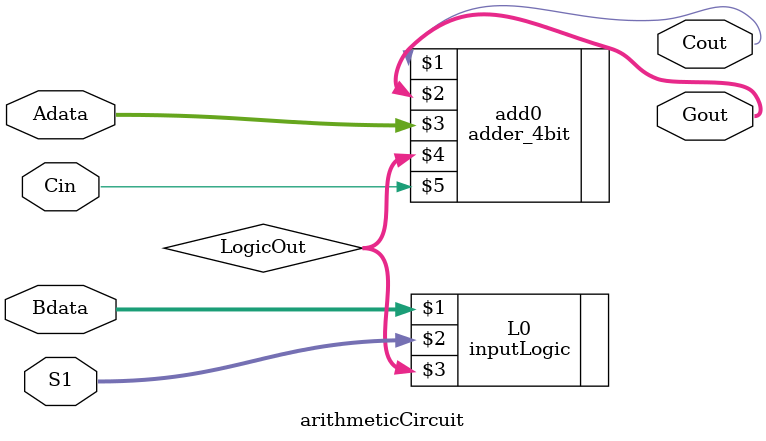
<source format=v>
module arithmeticCircuit(
    input [3:0] Adata, Bdata,
    input [1:0] S1,
    input Cin,
    output [3:0] Gout,
    output Cout
);


wire [3:0] LogicOut;

inputLogic L0(Bdata, S1, LogicOut);
adder_4bit add0(Cout, Gout, Adata, LogicOut, Cin);

endmodule
</source>
